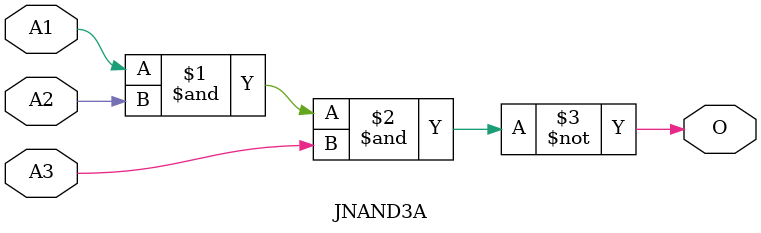
<source format=v>
module JNAND3A(A1, A2, A3, O);
input   A1;
input   A2;
input   A3;
output  O;
nand g0(O, A1, A2, A3);
endmodule
</source>
